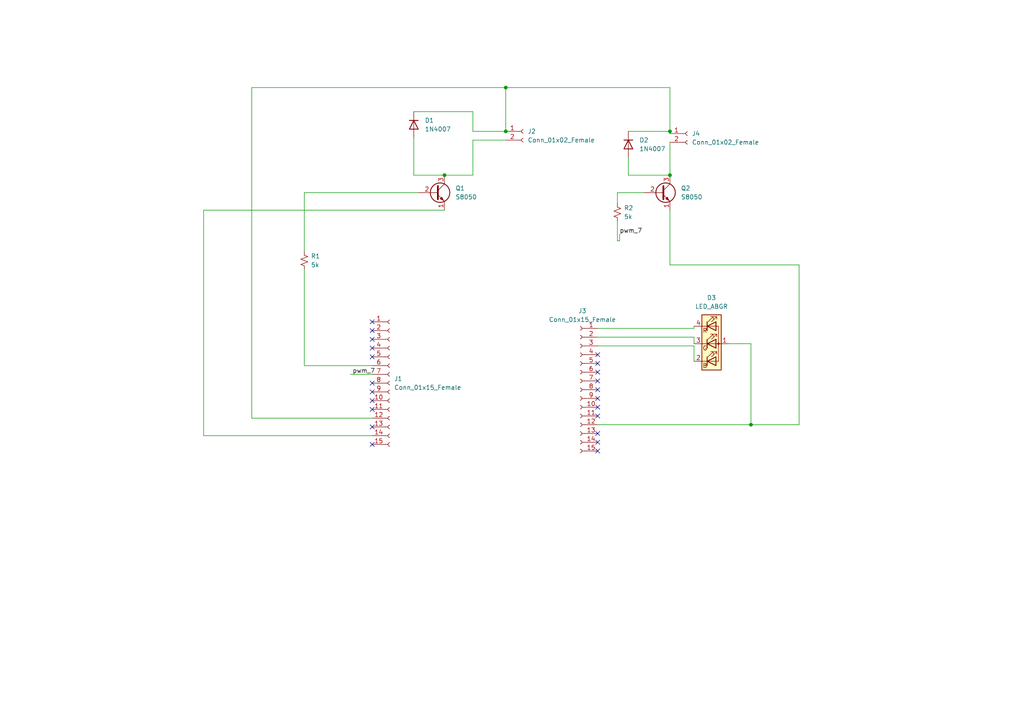
<source format=kicad_sch>
(kicad_sch (version 20211123) (generator eeschema)
  (paper "A4")
  (lib_symbols
    (symbol "Connector:Conn_01x02_Female" (pin_names (offset 1.016) hide)
      (property "Reference" "J" (at 0 2.54 0))
      (property "Value" "Conn_01x02_Female" (at 0 -5.08 0))
      (symbol "Conn_01x02_Female_1_1"
        (arc (start 0 -2.032) (mid -0.508 -2.54) (end 0 -3.048) (stroke (width 0.1524)))
        (polyline (pts (xy -1.27 -2.54) (xy -0.508 -2.54)) (stroke (width 0.1524)))
        (polyline (pts (xy -1.27 0) (xy -0.508 0)) (stroke (width 0.1524)))
        (arc (start 0 0.508) (mid -0.508 0) (end 0 -0.508) (stroke (width 0.1524)))
        (pin passive line (at -5.08 0 0) (length 3.81) (name "Pin_1") (number "1"))
        (pin passive line (at -5.08 -2.54 0) (length 3.81) (name "Pin_2") (number "2"))
      )
    )
    (symbol "Connector:Conn_01x15_Female" (pin_names (offset 1.016) hide)
      (property "Reference" "J" (at 0 20.32 0))
      (property "Value" "Conn_01x15_Female" (at 0 -20.32 0))
      (symbol "Conn_01x15_Female_1_1"
        (arc (start 0 -17.272) (mid -0.508 -17.78) (end 0 -18.288) (stroke (width 0.1524)))
        (arc (start 0 -14.732) (mid -0.508 -15.24) (end 0 -15.748) (stroke (width 0.1524)))
        (arc (start 0 -12.192) (mid -0.508 -12.7) (end 0 -13.208) (stroke (width 0.1524)))
        (arc (start 0 -9.652) (mid -0.508 -10.16) (end 0 -10.668) (stroke (width 0.1524)))
        (arc (start 0 -7.112) (mid -0.508 -7.62) (end 0 -8.128) (stroke (width 0.1524)))
        (arc (start 0 -4.572) (mid -0.508 -5.08) (end 0 -5.588) (stroke (width 0.1524)))
        (arc (start 0 -2.032) (mid -0.508 -2.54) (end 0 -3.048) (stroke (width 0.1524)))
        (polyline (pts (xy -1.27 -17.78) (xy -0.508 -17.78)) (stroke (width 0.1524)))
        (polyline (pts (xy -1.27 -15.24) (xy -0.508 -15.24)) (stroke (width 0.1524)))
        (polyline (pts (xy -1.27 -12.7) (xy -0.508 -12.7)) (stroke (width 0.1524)))
        (polyline (pts (xy -1.27 -10.16) (xy -0.508 -10.16)) (stroke (width 0.1524)))
        (polyline (pts (xy -1.27 -7.62) (xy -0.508 -7.62)) (stroke (width 0.1524)))
        (polyline (pts (xy -1.27 -5.08) (xy -0.508 -5.08)) (stroke (width 0.1524)))
        (polyline (pts (xy -1.27 -2.54) (xy -0.508 -2.54)) (stroke (width 0.1524)))
        (polyline (pts (xy -1.27 0) (xy -0.508 0)) (stroke (width 0.1524)))
        (polyline (pts (xy -1.27 2.54) (xy -0.508 2.54)) (stroke (width 0.1524)))
        (polyline (pts (xy -1.27 5.08) (xy -0.508 5.08)) (stroke (width 0.1524)))
        (polyline (pts (xy -1.27 7.62) (xy -0.508 7.62)) (stroke (width 0.1524)))
        (polyline (pts (xy -1.27 10.16) (xy -0.508 10.16)) (stroke (width 0.1524)))
        (polyline (pts (xy -1.27 12.7) (xy -0.508 12.7)) (stroke (width 0.1524)))
        (polyline (pts (xy -1.27 15.24) (xy -0.508 15.24)) (stroke (width 0.1524)))
        (polyline (pts (xy -1.27 17.78) (xy -0.508 17.78)) (stroke (width 0.1524)))
        (arc (start 0 0.508) (mid -0.508 0) (end 0 -0.508) (stroke (width 0.1524)))
        (arc (start 0 3.048) (mid -0.508 2.54) (end 0 2.032) (stroke (width 0.1524)))
        (arc (start 0 5.588) (mid -0.508 5.08) (end 0 4.572) (stroke (width 0.1524)))
        (arc (start 0 8.128) (mid -0.508 7.62) (end 0 7.112) (stroke (width 0.1524)))
        (arc (start 0 10.668) (mid -0.508 10.16) (end 0 9.652) (stroke (width 0.1524)))
        (arc (start 0 13.208) (mid -0.508 12.7) (end 0 12.192) (stroke (width 0.1524)))
        (arc (start 0 15.748) (mid -0.508 15.24) (end 0 14.732) (stroke (width 0.1524)))
        (arc (start 0 18.288) (mid -0.508 17.78) (end 0 17.272) (stroke (width 0.1524)))
        (pin passive line (at -5.08 17.78 0) (length 3.81) (name "Pin_1") (number "1"))
        (pin passive line (at -5.08 -5.08 0) (length 3.81) (name "Pin_10") (number "10"))
        (pin passive line (at -5.08 -7.62 0) (length 3.81) (name "Pin_11") (number "11"))
        (pin passive line (at -5.08 -10.16 0) (length 3.81) (name "Pin_12") (number "12"))
        (pin passive line (at -5.08 -12.7 0) (length 3.81) (name "Pin_13") (number "13"))
        (pin passive line (at -5.08 -15.24 0) (length 3.81) (name "Pin_14") (number "14"))
        (pin passive line (at -5.08 -17.78 0) (length 3.81) (name "Pin_15") (number "15"))
        (pin passive line (at -5.08 15.24 0) (length 3.81) (name "Pin_2") (number "2"))
        (pin passive line (at -5.08 12.7 0) (length 3.81) (name "Pin_3") (number "3"))
        (pin passive line (at -5.08 10.16 0) (length 3.81) (name "Pin_4") (number "4"))
        (pin passive line (at -5.08 7.62 0) (length 3.81) (name "Pin_5") (number "5"))
        (pin passive line (at -5.08 5.08 0) (length 3.81) (name "Pin_6") (number "6"))
        (pin passive line (at -5.08 2.54 0) (length 3.81) (name "Pin_7") (number "7"))
        (pin passive line (at -5.08 0 0) (length 3.81) (name "Pin_8") (number "8"))
        (pin passive line (at -5.08 -2.54 0) (length 3.81) (name "Pin_9") (number "9"))
      )
    )
    (symbol "Device:LED_ABGR" (pin_names (offset 0) hide)
      (property "Reference" "D" (at 0 9.398 0))
      (property "Value" "LED_ABGR" (at 0 -8.89 0))
      (symbol "LED_ABGR_0_0"
        (text "B" (at -1.905 -6.35 0) (effects (font (size 1.27 1.27))))
        (text "G" (at -1.905 -1.27 0) (effects (font (size 1.27 1.27))))
        (text "R" (at -1.905 3.81 0) (effects (font (size 1.27 1.27))))
      )
      (symbol "LED_ABGR_0_1"
        (polyline (pts (xy -1.27 -5.08) (xy -2.54 -5.08)))
        (polyline (pts (xy -1.27 -5.08) (xy 1.27 -5.08)))
        (polyline (pts (xy -1.27 -3.81) (xy -1.27 -6.35)) (stroke (width 0.254)))
        (polyline (pts (xy -1.27 0) (xy -2.54 0)))
        (polyline (pts (xy -1.27 1.27) (xy -1.27 -1.27)) (stroke (width 0.254)))
        (polyline (pts (xy -1.27 5.08) (xy -2.54 5.08)))
        (polyline (pts (xy -1.27 5.08) (xy 1.27 5.08)))
        (polyline (pts (xy -1.27 6.35) (xy -1.27 3.81)) (stroke (width 0.254)))
        (polyline (pts (xy 1.27 0) (xy -1.27 0)))
        (polyline (pts (xy 1.27 0) (xy 2.54 0)))
        (polyline (pts (xy -1.27 1.27) (xy -1.27 -1.27) (xy -1.27 -1.27)))
        (polyline (pts (xy -1.27 6.35) (xy -1.27 3.81) (xy -1.27 3.81)))
        (polyline (pts (xy 1.27 -5.08) (xy 2.032 -5.08) (xy 2.032 5.08) (xy 1.27 5.08)))
        (polyline (pts (xy 1.27 -3.81) (xy 1.27 -6.35) (xy -1.27 -5.08) (xy 1.27 -3.81)) (stroke (width 0.254)))
        (polyline (pts (xy 1.27 1.27) (xy 1.27 -1.27) (xy -1.27 0) (xy 1.27 1.27)) (stroke (width 0.254)))
        (polyline (pts (xy 1.27 6.35) (xy 1.27 3.81) (xy -1.27 5.08) (xy 1.27 6.35)) (stroke (width 0.254)))
        (polyline (pts (xy -1.016 -3.81) (xy 0.508 -2.286) (xy -0.254 -2.286) (xy 0.508 -2.286) (xy 0.508 -3.048)))
        (polyline (pts (xy -1.016 1.27) (xy 0.508 2.794) (xy -0.254 2.794) (xy 0.508 2.794) (xy 0.508 2.032)))
        (polyline (pts (xy -1.016 6.35) (xy 0.508 7.874) (xy -0.254 7.874) (xy 0.508 7.874) (xy 0.508 7.112)))
        (polyline (pts (xy 0 -3.81) (xy 1.524 -2.286) (xy 0.762 -2.286) (xy 1.524 -2.286) (xy 1.524 -3.048)))
        (polyline (pts (xy 0 1.27) (xy 1.524 2.794) (xy 0.762 2.794) (xy 1.524 2.794) (xy 1.524 2.032)))
        (polyline (pts (xy 0 6.35) (xy 1.524 7.874) (xy 0.762 7.874) (xy 1.524 7.874) (xy 1.524 7.112)))
        (rectangle (start 1.27 -1.27) (end 1.27 1.27))
        (rectangle (start 1.27 1.27) (end 1.27 1.27))
        (rectangle (start 1.27 3.81) (end 1.27 6.35))
        (rectangle (start 1.27 6.35) (end 1.27 6.35))
        (circle (center 2.032 0) (radius 0.254) (fill (type outline)))
        (rectangle (start 2.794 8.382) (end -2.794 -7.62) (stroke (width 0.254)) (fill (type background)))
      )
      (symbol "LED_ABGR_1_1"
        (pin passive line (at 5.08 0 180) (length 2.54) (name "A") (number "1"))
        (pin passive line (at -5.08 -5.08 0) (length 2.54) (name "BK") (number "2"))
        (pin passive line (at -5.08 0 0) (length 2.54) (name "GK") (number "3"))
        (pin passive line (at -5.08 5.08 0) (length 2.54) (name "RK") (number "4"))
      )
    )
    (symbol "Device:R_Small_US" (pin_numbers hide) (pin_names (offset 0.254) hide)
      (property "Reference" "R" (at 0.762 0.508 0))
      (property "Value" "R_Small_US" (at 0.762 -1.016 0))
      (symbol "R_Small_US_1_1"
        (polyline (pts (xy 0 0) (xy 1.016 -0.381) (xy 0 -0.762) (xy -1.016 -1.143) (xy 0 -1.524)))
        (polyline (pts (xy 0 1.524) (xy 1.016 1.143) (xy 0 0.762) (xy -1.016 0.381) (xy 0 0)))
        (pin passive line (at 0 2.54 270) (length 1.016) (name "~") (number "1"))
        (pin passive line (at 0 -2.54 90) (length 1.016) (name "~") (number "2"))
      )
    )
    (symbol "Diode:1N4007" (pin_numbers hide) (pin_names hide)
      (property "Reference" "D" (at 0 2.54 0))
      (property "Value" "1N4007" (at 0 -2.54 0))
      (symbol "1N4007_0_1"
        (polyline (pts (xy -1.27 1.27) (xy -1.27 -1.27)) (stroke (width 0.254)))
        (polyline (pts (xy 1.27 0) (xy -1.27 0)))
        (polyline (pts (xy 1.27 1.27) (xy 1.27 -1.27) (xy -1.27 0) (xy 1.27 1.27)) (stroke (width 0.254)))
      )
      (symbol "1N4007_1_1"
        (pin passive line (at -3.81 0 0) (length 2.54) (name "K") (number "1"))
        (pin passive line (at 3.81 0 180) (length 2.54) (name "A") (number "2"))
      )
    )
    (symbol "Transistor_BJT:S8050" (pin_names (offset 0) hide)
      (property "Reference" "Q" (at 5.08 1.905 0))
      (property "Value" "S8050" (at 5.08 0 0))
      (symbol "S8050_0_1"
        (polyline (pts (xy 0 0) (xy 0.635 0)))
        (polyline (pts (xy 0.635 0.635) (xy 2.54 2.54)))
        (polyline (pts (xy 0.635 -0.635) (xy 2.54 -2.54) (xy 2.54 -2.54)))
        (polyline (pts (xy 0.635 1.905) (xy 0.635 -1.905) (xy 0.635 -1.905)) (stroke (width 0.508)))
        (polyline (pts (xy 1.27 -1.778) (xy 1.778 -1.27) (xy 2.286 -2.286) (xy 1.27 -1.778) (xy 1.27 -1.778)) (fill (type outline)))
        (circle (center 1.27 0) (radius 2.8194) (stroke (width 0.254)))
      )
      (symbol "S8050_1_1"
        (pin passive line (at 2.54 -5.08 90) (length 2.54) (name "E") (number "1"))
        (pin input line (at -5.08 0 0) (length 5.08) (name "B") (number "2"))
        (pin passive line (at 2.54 5.08 270) (length 2.54) (name "C") (number "3"))
      )
    )
  )
  (junction (at 194.31 50.8))
  (junction (at 128.905 50.8))
  (junction (at 194.31 38.1))
  (junction (at 217.805 123.19))
  (junction (at 146.685 25.4))
  (junction (at 146.685 38.1))
  (no_connect (at 107.95 118.745))
  (no_connect (at 107.95 98.425))
  (no_connect (at 107.95 123.825))
  (no_connect (at 173.355 113.03))
  (no_connect (at 173.355 105.41))
  (no_connect (at 173.355 115.57))
  (no_connect (at 173.355 130.81))
  (no_connect (at 173.355 120.65))
  (no_connect (at 107.95 103.505))
  (no_connect (at 173.355 118.11))
  (no_connect (at 173.355 125.73))
  (no_connect (at 107.95 111.125))
  (no_connect (at 173.355 107.95))
  (no_connect (at 107.95 113.665))
  (no_connect (at 173.355 102.87))
  (no_connect (at 107.95 95.885))
  (no_connect (at 173.355 128.27))
  (no_connect (at 107.95 100.965))
  (no_connect (at 107.95 128.905))
  (no_connect (at 173.355 110.49))
  (no_connect (at 107.95 116.205))
  (no_connect (at 107.95 93.345))
  (wire (pts (xy 231.775 123.19) (xy 217.805 123.19)))
  (wire (pts (xy 231.775 76.835) (xy 231.775 123.19)))
  (wire (pts (xy 59.055 60.96) (xy 128.905 60.96)))
  (wire (pts (xy 179.07 55.88) (xy 179.07 59.055)))
  (wire (pts (xy 146.685 25.4) (xy 73.025 25.4)))
  (wire (pts (xy 194.31 25.4) (xy 194.31 38.1)))
  (wire (pts (xy 194.31 76.835) (xy 231.775 76.835)))
  (wire (pts (xy 59.055 126.365) (xy 59.055 60.96)))
  (wire (pts (xy 179.705 67.945) (xy 179.705 69.85)))
  (wire (pts (xy 120.015 50.8) (xy 120.015 40.005)))
  (wire (pts (xy 173.355 100.33) (xy 201.295 100.33)))
  (wire (pts (xy 182.245 38.1) (xy 194.31 38.1)))
  (wire (pts (xy 194.31 38.1) (xy 194.31 38.735)))
  (wire (pts (xy 120.015 32.385) (xy 137.16 32.385)))
  (wire (pts (xy 201.295 99.695) (xy 201.295 97.79)))
  (wire (pts (xy 128.905 50.8) (xy 120.015 50.8)))
  (wire (pts (xy 179.07 69.85) (xy 179.07 64.135)))
  (wire (pts (xy 137.16 38.1) (xy 146.685 38.1)))
  (wire (pts (xy 107.95 106.045) (xy 88.265 106.045)))
  (wire (pts (xy 217.805 123.19) (xy 173.355 123.19)))
  (wire (pts (xy 73.025 25.4) (xy 73.025 121.285)))
  (wire (pts (xy 173.355 95.25) (xy 201.295 95.25)))
  (wire (pts (xy 194.31 25.4) (xy 146.685 25.4)))
  (wire (pts (xy 137.16 40.64) (xy 137.16 50.8)))
  (wire (pts (xy 201.295 97.79) (xy 173.355 97.79)))
  (wire (pts (xy 182.245 50.8) (xy 194.31 50.8)))
  (wire (pts (xy 201.295 100.33) (xy 201.295 104.775)))
  (wire (pts (xy 137.16 50.8) (xy 128.905 50.8)))
  (wire (pts (xy 73.025 121.285) (xy 107.95 121.285)))
  (wire (pts (xy 146.685 38.1) (xy 146.685 25.4)))
  (wire (pts (xy 88.265 78.105) (xy 88.265 106.045)))
  (wire (pts (xy 179.705 69.85) (xy 179.07 69.85)))
  (wire (pts (xy 194.31 60.96) (xy 194.31 76.835)))
  (wire (pts (xy 201.295 95.25) (xy 201.295 94.615)))
  (wire (pts (xy 137.16 32.385) (xy 137.16 38.1)))
  (wire (pts (xy 211.455 99.695) (xy 217.805 99.695)))
  (wire (pts (xy 107.95 126.365) (xy 59.055 126.365)))
  (wire (pts (xy 88.265 55.88) (xy 88.265 73.025)))
  (wire (pts (xy 186.69 55.88) (xy 179.07 55.88)))
  (wire (pts (xy 88.265 55.88) (xy 121.285 55.88)))
  (wire (pts (xy 194.31 41.275) (xy 194.31 50.8)))
  (wire (pts (xy 146.685 40.64) (xy 137.16 40.64)))
  (wire (pts (xy 101.6 108.585) (xy 107.95 108.585)))
  (wire (pts (xy 182.245 45.72) (xy 182.245 50.8)))
  (wire (pts (xy 217.805 99.695) (xy 217.805 123.19)))
  (label "pwm_7" (at 179.705 67.945 0))
  (label "pwm_7" (at 102.235 108.585 0))
  (symbol (lib_id "Device:R_Small_US") (at 179.07 61.595 0) (unit 1)
    (property "Reference" "R2" (at 180.975 60.3249 0) (effects (justify left)))
    (property "Value" "5k" (at 180.975 62.8649 0) (effects (justify left)))
    (property "Footprint" "Resistor_SMD:R_0402_1005Metric" (effects hide))
  )
  (symbol (lib_id "Transistor_BJT:S8050") (at 126.365 55.88 0) (unit 1)
    (property "Reference" "Q1" (at 132.08 54.6099 0) (effects (justify left)))
    (property "Value" "S8050" (at 132.08 57.1499 0) (effects (justify left)))
    (property "Footprint" "Package_TO_SOT_THT:TO-92_Inline" (effects hide))
    (property "Datasheet" "http://www.unisonic.com.tw/datasheet/S8050.pdf" (effects hide))
  )
  (symbol (lib_id "Diode:1N4007") (at 120.015 36.195 270) (unit 1)
    (property "Reference" "D1" (at 123.19 34.9249 90) (effects (justify left)))
    (property "Value" "1N4007" (at 123.19 37.4649 90) (effects (justify left)))
    (property "Footprint" "Diode_THT:D_DO-41_SOD81_P10.16mm_Horizontal" (effects hide))
    (property "Datasheet" "http://www.vishay.com/docs/88503/1n4001.pdf" (effects hide))
  )
  (symbol (lib_id "Connector:Conn_01x15_Female") (at 113.03 111.125 0) (unit 1)
    (property "Reference" "J1" (at 114.3 109.8549 0) (effects (justify left)))
    (property "Value" "Conn_01x15_Female" (at 114.3 112.3949 0) (effects (justify left)))
    (property "Footprint" "Connector_PinSocket_2.54mm:PinSocket_1x15_P2.54mm_Vertical" (effects hide))
  )
  (symbol (lib_id "Connector:Conn_01x02_Female") (at 199.39 38.735 0) (unit 1)
    (property "Reference" "J4" (at 200.66 38.7349 0) (effects (justify left)))
    (property "Value" "Conn_01x02_Female" (at 200.66 41.2749 0) (effects (justify left)))
    (property "Footprint" "Connector_PinSocket_2.54mm:PinSocket_1x02_P2.54mm_Vertical" (effects hide))
  )
  (symbol (lib_id "Connector:Conn_01x02_Female") (at 151.765 38.1 0) (unit 1)
    (property "Reference" "J2" (at 153.035 38.0999 0) (effects (justify left)))
    (property "Value" "Conn_01x02_Female" (at 153.035 40.6399 0) (effects (justify left)))
    (property "Footprint" "Connector_PinSocket_2.54mm:PinSocket_1x02_P2.54mm_Vertical" (effects hide))
  )
  (symbol (lib_id "Diode:1N4007") (at 182.245 41.91 270) (unit 1)
    (property "Reference" "D2" (at 185.42 40.6399 90) (effects (justify left)))
    (property "Value" "1N4007" (at 185.42 43.1799 90) (effects (justify left)))
    (property "Footprint" "Diode_THT:D_DO-41_SOD81_P10.16mm_Horizontal" (effects hide))
    (property "Datasheet" "http://www.vishay.com/docs/88503/1n4001.pdf" (effects hide))
  )
  (symbol (lib_id "Device:LED_ABGR") (at 206.375 99.695 0) (unit 1)
    (property "Reference" "D3" (at 206.375 86.36 0))
    (property "Value" "LED_ABGR" (at 206.375 88.9 0))
    (property "Footprint" "LED_SMD:LED_RGB_1210" (effects hide))
  )
  (symbol (lib_id "Connector:Conn_01x15_Female") (at 168.275 113.03 0) (mirror y) (unit 1)
    (property "Reference" "J3" (at 168.91 90.17 0))
    (property "Value" "Conn_01x15_Female" (at 168.91 92.71 0))
    (property "Footprint" "Connector_PinSocket_2.54mm:PinSocket_1x15_P2.54mm_Vertical" (effects hide))
  )
  (symbol (lib_id "Transistor_BJT:S8050") (at 191.77 55.88 0) (unit 1)
    (property "Reference" "Q2" (at 197.485 54.6099 0) (effects (justify left)))
    (property "Value" "S8050" (at 197.485 57.1499 0) (effects (justify left)))
    (property "Footprint" "Package_TO_SOT_THT:TO-92_Inline" (effects hide))
    (property "Datasheet" "http://www.unisonic.com.tw/datasheet/S8050.pdf" (effects hide))
  )
  (symbol (lib_id "Device:R_Small_US") (at 88.265 75.565 0) (unit 1)
    (property "Reference" "R1" (at 90.17 74.2949 0) (effects (justify left)))
    (property "Value" "5k" (at 90.17 76.8349 0) (effects (justify left)))
    (property "Footprint" "Resistor_SMD:R_0402_1005Metric" (effects hide))
  )
)
</source>
